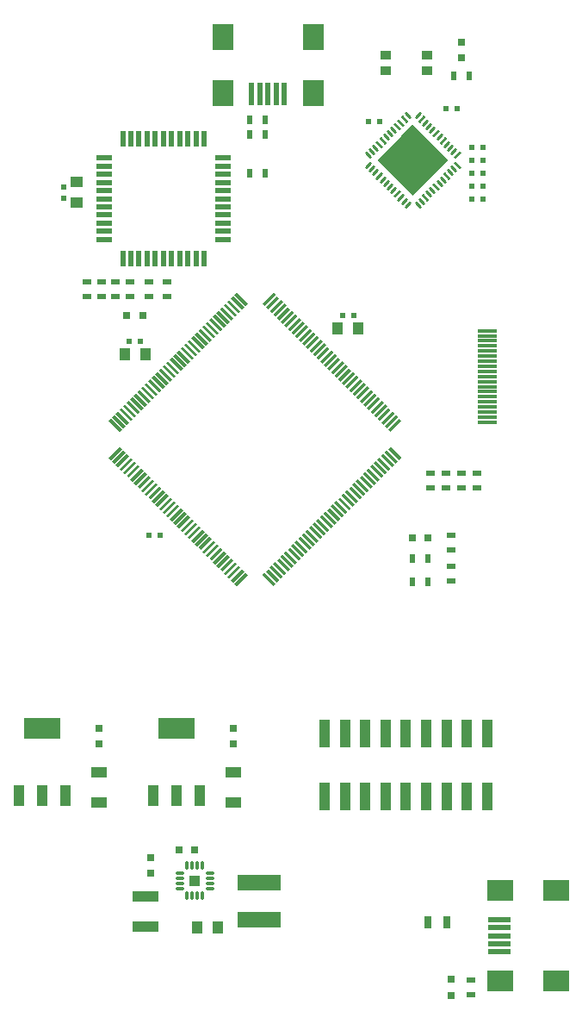
<source format=gtp>
G04 #@! TF.FileFunction,Paste,Top*
%FSLAX46Y46*%
G04 Gerber Fmt 4.6, Leading zero omitted, Abs format (unit mm)*
G04 Created by KiCad (PCBNEW 4.0.0-rc1-stable) date 29/09/2017 04:45:12 p.m.*
%MOMM*%
G01*
G04 APERTURE LIST*
%ADD10C,0.100000*%
%ADD11C,0.280000*%
%ADD12R,0.600000X0.500000*%
%ADD13R,2.301240X0.500380*%
%ADD14R,2.499360X1.998980*%
%ADD15R,3.657600X2.032000*%
%ADD16R,1.016000X2.032000*%
%ADD17R,2.500000X1.000000*%
%ADD18R,0.750000X0.800000*%
%ADD19R,4.200000X1.500000*%
%ADD20R,0.500000X0.900000*%
%ADD21R,0.900000X0.500000*%
%ADD22O,0.848360X0.279400*%
%ADD23O,0.850900X0.279400*%
%ADD24O,0.279400X0.850900*%
%ADD25R,1.021080X1.021080*%
%ADD26R,0.800000X0.750000*%
%ADD27R,0.800000X0.800000*%
%ADD28R,1.900000X0.300000*%
%ADD29R,1.000000X1.250000*%
%ADD30R,0.700000X1.300000*%
%ADD31R,1.600000X1.000000*%
%ADD32R,1.000000X2.750000*%
%ADD33R,1.000000X0.900000*%
%ADD34R,1.250000X1.000000*%
%ADD35R,0.500000X0.600000*%
%ADD36R,0.500380X2.301240*%
%ADD37R,1.998980X2.499360*%
%ADD38R,1.600000X0.560000*%
%ADD39R,0.560000X1.600000*%
G04 APERTURE END LIST*
D10*
G36*
X132422128Y-86349411D02*
X132634260Y-86137279D01*
X133730276Y-87233295D01*
X133518144Y-87445427D01*
X132422128Y-86349411D01*
X132422128Y-86349411D01*
G37*
G36*
X132068574Y-86702964D02*
X132280706Y-86490832D01*
X133376722Y-87586848D01*
X133164590Y-87798980D01*
X132068574Y-86702964D01*
X132068574Y-86702964D01*
G37*
G36*
X131715021Y-87056518D02*
X131927153Y-86844386D01*
X133023169Y-87940402D01*
X132811037Y-88152534D01*
X131715021Y-87056518D01*
X131715021Y-87056518D01*
G37*
G36*
X131361468Y-87410071D02*
X131573600Y-87197939D01*
X132669616Y-88293955D01*
X132457484Y-88506087D01*
X131361468Y-87410071D01*
X131361468Y-87410071D01*
G37*
G36*
X131007914Y-87763625D02*
X131220046Y-87551493D01*
X132316062Y-88647509D01*
X132103930Y-88859641D01*
X131007914Y-87763625D01*
X131007914Y-87763625D01*
G37*
G36*
X130654361Y-88117178D02*
X130866493Y-87905046D01*
X131962509Y-89001062D01*
X131750377Y-89213194D01*
X130654361Y-88117178D01*
X130654361Y-88117178D01*
G37*
G36*
X130300807Y-88470731D02*
X130512939Y-88258599D01*
X131608955Y-89354615D01*
X131396823Y-89566747D01*
X130300807Y-88470731D01*
X130300807Y-88470731D01*
G37*
G36*
X129947254Y-88824285D02*
X130159386Y-88612153D01*
X131255402Y-89708169D01*
X131043270Y-89920301D01*
X129947254Y-88824285D01*
X129947254Y-88824285D01*
G37*
G36*
X129593701Y-89177838D02*
X129805833Y-88965706D01*
X130901849Y-90061722D01*
X130689717Y-90273854D01*
X129593701Y-89177838D01*
X129593701Y-89177838D01*
G37*
G36*
X129240147Y-89531392D02*
X129452279Y-89319260D01*
X130548295Y-90415276D01*
X130336163Y-90627408D01*
X129240147Y-89531392D01*
X129240147Y-89531392D01*
G37*
G36*
X128886594Y-89884945D02*
X129098726Y-89672813D01*
X130194742Y-90768829D01*
X129982610Y-90980961D01*
X128886594Y-89884945D01*
X128886594Y-89884945D01*
G37*
G36*
X128533040Y-90238498D02*
X128745172Y-90026366D01*
X129841188Y-91122382D01*
X129629056Y-91334514D01*
X128533040Y-90238498D01*
X128533040Y-90238498D01*
G37*
G36*
X128179487Y-90592052D02*
X128391619Y-90379920D01*
X129487635Y-91475936D01*
X129275503Y-91688068D01*
X128179487Y-90592052D01*
X128179487Y-90592052D01*
G37*
G36*
X127825934Y-90945605D02*
X128038066Y-90733473D01*
X129134082Y-91829489D01*
X128921950Y-92041621D01*
X127825934Y-90945605D01*
X127825934Y-90945605D01*
G37*
G36*
X127472380Y-91299159D02*
X127684512Y-91087027D01*
X128780528Y-92183043D01*
X128568396Y-92395175D01*
X127472380Y-91299159D01*
X127472380Y-91299159D01*
G37*
G36*
X127118827Y-91652712D02*
X127330959Y-91440580D01*
X128426975Y-92536596D01*
X128214843Y-92748728D01*
X127118827Y-91652712D01*
X127118827Y-91652712D01*
G37*
G36*
X126765274Y-92006265D02*
X126977406Y-91794133D01*
X128073422Y-92890149D01*
X127861290Y-93102281D01*
X126765274Y-92006265D01*
X126765274Y-92006265D01*
G37*
G36*
X126411720Y-92359819D02*
X126623852Y-92147687D01*
X127719868Y-93243703D01*
X127507736Y-93455835D01*
X126411720Y-92359819D01*
X126411720Y-92359819D01*
G37*
G36*
X126058167Y-92713372D02*
X126270299Y-92501240D01*
X127366315Y-93597256D01*
X127154183Y-93809388D01*
X126058167Y-92713372D01*
X126058167Y-92713372D01*
G37*
G36*
X125704613Y-93066926D02*
X125916745Y-92854794D01*
X127012761Y-93950810D01*
X126800629Y-94162942D01*
X125704613Y-93066926D01*
X125704613Y-93066926D01*
G37*
G36*
X125351060Y-93420479D02*
X125563192Y-93208347D01*
X126659208Y-94304363D01*
X126447076Y-94516495D01*
X125351060Y-93420479D01*
X125351060Y-93420479D01*
G37*
G36*
X124997507Y-93774032D02*
X125209639Y-93561900D01*
X126305655Y-94657916D01*
X126093523Y-94870048D01*
X124997507Y-93774032D01*
X124997507Y-93774032D01*
G37*
G36*
X124643953Y-94127586D02*
X124856085Y-93915454D01*
X125952101Y-95011470D01*
X125739969Y-95223602D01*
X124643953Y-94127586D01*
X124643953Y-94127586D01*
G37*
G36*
X124290400Y-94481139D02*
X124502532Y-94269007D01*
X125598548Y-95365023D01*
X125386416Y-95577155D01*
X124290400Y-94481139D01*
X124290400Y-94481139D01*
G37*
G36*
X123936846Y-94834692D02*
X124148978Y-94622560D01*
X125244994Y-95718576D01*
X125032862Y-95930708D01*
X123936846Y-94834692D01*
X123936846Y-94834692D01*
G37*
G36*
X123583293Y-95188246D02*
X123795425Y-94976114D01*
X124891441Y-96072130D01*
X124679309Y-96284262D01*
X123583293Y-95188246D01*
X123583293Y-95188246D01*
G37*
G36*
X123229740Y-95541799D02*
X123441872Y-95329667D01*
X124537888Y-96425683D01*
X124325756Y-96637815D01*
X123229740Y-95541799D01*
X123229740Y-95541799D01*
G37*
G36*
X122876186Y-95895353D02*
X123088318Y-95683221D01*
X124184334Y-96779237D01*
X123972202Y-96991369D01*
X122876186Y-95895353D01*
X122876186Y-95895353D01*
G37*
G36*
X122522633Y-96248906D02*
X122734765Y-96036774D01*
X123830781Y-97132790D01*
X123618649Y-97344922D01*
X122522633Y-96248906D01*
X122522633Y-96248906D01*
G37*
G36*
X122169079Y-96602459D02*
X122381211Y-96390327D01*
X123477227Y-97486343D01*
X123265095Y-97698475D01*
X122169079Y-96602459D01*
X122169079Y-96602459D01*
G37*
G36*
X121815526Y-96956013D02*
X122027658Y-96743881D01*
X123123674Y-97839897D01*
X122911542Y-98052029D01*
X121815526Y-96956013D01*
X121815526Y-96956013D01*
G37*
G36*
X121461973Y-97309566D02*
X121674105Y-97097434D01*
X122770121Y-98193450D01*
X122557989Y-98405582D01*
X121461973Y-97309566D01*
X121461973Y-97309566D01*
G37*
G36*
X121108419Y-97663120D02*
X121320551Y-97450988D01*
X122416567Y-98547004D01*
X122204435Y-98759136D01*
X121108419Y-97663120D01*
X121108419Y-97663120D01*
G37*
G36*
X120754866Y-98016673D02*
X120966998Y-97804541D01*
X122063014Y-98900557D01*
X121850882Y-99112689D01*
X120754866Y-98016673D01*
X120754866Y-98016673D01*
G37*
G36*
X120401312Y-98370226D02*
X120613444Y-98158094D01*
X121709460Y-99254110D01*
X121497328Y-99466242D01*
X120401312Y-98370226D01*
X120401312Y-98370226D01*
G37*
G36*
X120047759Y-98723780D02*
X120259891Y-98511648D01*
X121355907Y-99607664D01*
X121143775Y-99819796D01*
X120047759Y-98723780D01*
X120047759Y-98723780D01*
G37*
G36*
X120259891Y-102577512D02*
X120047759Y-102365380D01*
X121143775Y-101269364D01*
X121355907Y-101481496D01*
X120259891Y-102577512D01*
X120259891Y-102577512D01*
G37*
G36*
X120613444Y-102931066D02*
X120401312Y-102718934D01*
X121497328Y-101622918D01*
X121709460Y-101835050D01*
X120613444Y-102931066D01*
X120613444Y-102931066D01*
G37*
G36*
X120966998Y-103284619D02*
X120754866Y-103072487D01*
X121850882Y-101976471D01*
X122063014Y-102188603D01*
X120966998Y-103284619D01*
X120966998Y-103284619D01*
G37*
G36*
X121320551Y-103638172D02*
X121108419Y-103426040D01*
X122204435Y-102330024D01*
X122416567Y-102542156D01*
X121320551Y-103638172D01*
X121320551Y-103638172D01*
G37*
G36*
X121674105Y-103991726D02*
X121461973Y-103779594D01*
X122557989Y-102683578D01*
X122770121Y-102895710D01*
X121674105Y-103991726D01*
X121674105Y-103991726D01*
G37*
G36*
X122027658Y-104345279D02*
X121815526Y-104133147D01*
X122911542Y-103037131D01*
X123123674Y-103249263D01*
X122027658Y-104345279D01*
X122027658Y-104345279D01*
G37*
G36*
X122381211Y-104698833D02*
X122169079Y-104486701D01*
X123265095Y-103390685D01*
X123477227Y-103602817D01*
X122381211Y-104698833D01*
X122381211Y-104698833D01*
G37*
G36*
X122734765Y-105052386D02*
X122522633Y-104840254D01*
X123618649Y-103744238D01*
X123830781Y-103956370D01*
X122734765Y-105052386D01*
X122734765Y-105052386D01*
G37*
G36*
X123088318Y-105405939D02*
X122876186Y-105193807D01*
X123972202Y-104097791D01*
X124184334Y-104309923D01*
X123088318Y-105405939D01*
X123088318Y-105405939D01*
G37*
G36*
X123441872Y-105759493D02*
X123229740Y-105547361D01*
X124325756Y-104451345D01*
X124537888Y-104663477D01*
X123441872Y-105759493D01*
X123441872Y-105759493D01*
G37*
G36*
X123795425Y-106113046D02*
X123583293Y-105900914D01*
X124679309Y-104804898D01*
X124891441Y-105017030D01*
X123795425Y-106113046D01*
X123795425Y-106113046D01*
G37*
G36*
X124148978Y-106466600D02*
X123936846Y-106254468D01*
X125032862Y-105158452D01*
X125244994Y-105370584D01*
X124148978Y-106466600D01*
X124148978Y-106466600D01*
G37*
G36*
X124502532Y-106820153D02*
X124290400Y-106608021D01*
X125386416Y-105512005D01*
X125598548Y-105724137D01*
X124502532Y-106820153D01*
X124502532Y-106820153D01*
G37*
G36*
X124856085Y-107173706D02*
X124643953Y-106961574D01*
X125739969Y-105865558D01*
X125952101Y-106077690D01*
X124856085Y-107173706D01*
X124856085Y-107173706D01*
G37*
G36*
X125209639Y-107527260D02*
X124997507Y-107315128D01*
X126093523Y-106219112D01*
X126305655Y-106431244D01*
X125209639Y-107527260D01*
X125209639Y-107527260D01*
G37*
G36*
X125563192Y-107880813D02*
X125351060Y-107668681D01*
X126447076Y-106572665D01*
X126659208Y-106784797D01*
X125563192Y-107880813D01*
X125563192Y-107880813D01*
G37*
G36*
X125916745Y-108234366D02*
X125704613Y-108022234D01*
X126800629Y-106926218D01*
X127012761Y-107138350D01*
X125916745Y-108234366D01*
X125916745Y-108234366D01*
G37*
G36*
X126270299Y-108587920D02*
X126058167Y-108375788D01*
X127154183Y-107279772D01*
X127366315Y-107491904D01*
X126270299Y-108587920D01*
X126270299Y-108587920D01*
G37*
G36*
X126623852Y-108941473D02*
X126411720Y-108729341D01*
X127507736Y-107633325D01*
X127719868Y-107845457D01*
X126623852Y-108941473D01*
X126623852Y-108941473D01*
G37*
G36*
X126977406Y-109295027D02*
X126765274Y-109082895D01*
X127861290Y-107986879D01*
X128073422Y-108199011D01*
X126977406Y-109295027D01*
X126977406Y-109295027D01*
G37*
G36*
X127330959Y-109648580D02*
X127118827Y-109436448D01*
X128214843Y-108340432D01*
X128426975Y-108552564D01*
X127330959Y-109648580D01*
X127330959Y-109648580D01*
G37*
G36*
X127684512Y-110002133D02*
X127472380Y-109790001D01*
X128568396Y-108693985D01*
X128780528Y-108906117D01*
X127684512Y-110002133D01*
X127684512Y-110002133D01*
G37*
G36*
X128038066Y-110355687D02*
X127825934Y-110143555D01*
X128921950Y-109047539D01*
X129134082Y-109259671D01*
X128038066Y-110355687D01*
X128038066Y-110355687D01*
G37*
G36*
X128391619Y-110709240D02*
X128179487Y-110497108D01*
X129275503Y-109401092D01*
X129487635Y-109613224D01*
X128391619Y-110709240D01*
X128391619Y-110709240D01*
G37*
G36*
X128745172Y-111062794D02*
X128533040Y-110850662D01*
X129629056Y-109754646D01*
X129841188Y-109966778D01*
X128745172Y-111062794D01*
X128745172Y-111062794D01*
G37*
G36*
X129098726Y-111416347D02*
X128886594Y-111204215D01*
X129982610Y-110108199D01*
X130194742Y-110320331D01*
X129098726Y-111416347D01*
X129098726Y-111416347D01*
G37*
G36*
X129452279Y-111769900D02*
X129240147Y-111557768D01*
X130336163Y-110461752D01*
X130548295Y-110673884D01*
X129452279Y-111769900D01*
X129452279Y-111769900D01*
G37*
G36*
X129805833Y-112123454D02*
X129593701Y-111911322D01*
X130689717Y-110815306D01*
X130901849Y-111027438D01*
X129805833Y-112123454D01*
X129805833Y-112123454D01*
G37*
G36*
X130159386Y-112477007D02*
X129947254Y-112264875D01*
X131043270Y-111168859D01*
X131255402Y-111380991D01*
X130159386Y-112477007D01*
X130159386Y-112477007D01*
G37*
G36*
X130512939Y-112830561D02*
X130300807Y-112618429D01*
X131396823Y-111522413D01*
X131608955Y-111734545D01*
X130512939Y-112830561D01*
X130512939Y-112830561D01*
G37*
G36*
X130866493Y-113184114D02*
X130654361Y-112971982D01*
X131750377Y-111875966D01*
X131962509Y-112088098D01*
X130866493Y-113184114D01*
X130866493Y-113184114D01*
G37*
G36*
X131220046Y-113537667D02*
X131007914Y-113325535D01*
X132103930Y-112229519D01*
X132316062Y-112441651D01*
X131220046Y-113537667D01*
X131220046Y-113537667D01*
G37*
G36*
X131573600Y-113891221D02*
X131361468Y-113679089D01*
X132457484Y-112583073D01*
X132669616Y-112795205D01*
X131573600Y-113891221D01*
X131573600Y-113891221D01*
G37*
G36*
X131927153Y-114244774D02*
X131715021Y-114032642D01*
X132811037Y-112936626D01*
X133023169Y-113148758D01*
X131927153Y-114244774D01*
X131927153Y-114244774D01*
G37*
G36*
X132280706Y-114598328D02*
X132068574Y-114386196D01*
X133164590Y-113290180D01*
X133376722Y-113502312D01*
X132280706Y-114598328D01*
X132280706Y-114598328D01*
G37*
G36*
X132634260Y-114951881D02*
X132422128Y-114739749D01*
X133518144Y-113643733D01*
X133730276Y-113855865D01*
X132634260Y-114951881D01*
X132634260Y-114951881D01*
G37*
G36*
X135179844Y-113855865D02*
X135391976Y-113643733D01*
X136487992Y-114739749D01*
X136275860Y-114951881D01*
X135179844Y-113855865D01*
X135179844Y-113855865D01*
G37*
G36*
X135533398Y-113502312D02*
X135745530Y-113290180D01*
X136841546Y-114386196D01*
X136629414Y-114598328D01*
X135533398Y-113502312D01*
X135533398Y-113502312D01*
G37*
G36*
X135886951Y-113148758D02*
X136099083Y-112936626D01*
X137195099Y-114032642D01*
X136982967Y-114244774D01*
X135886951Y-113148758D01*
X135886951Y-113148758D01*
G37*
G36*
X136240504Y-112795205D02*
X136452636Y-112583073D01*
X137548652Y-113679089D01*
X137336520Y-113891221D01*
X136240504Y-112795205D01*
X136240504Y-112795205D01*
G37*
G36*
X136594058Y-112441651D02*
X136806190Y-112229519D01*
X137902206Y-113325535D01*
X137690074Y-113537667D01*
X136594058Y-112441651D01*
X136594058Y-112441651D01*
G37*
G36*
X136947611Y-112088098D02*
X137159743Y-111875966D01*
X138255759Y-112971982D01*
X138043627Y-113184114D01*
X136947611Y-112088098D01*
X136947611Y-112088098D01*
G37*
G36*
X137301165Y-111734545D02*
X137513297Y-111522413D01*
X138609313Y-112618429D01*
X138397181Y-112830561D01*
X137301165Y-111734545D01*
X137301165Y-111734545D01*
G37*
G36*
X137654718Y-111380991D02*
X137866850Y-111168859D01*
X138962866Y-112264875D01*
X138750734Y-112477007D01*
X137654718Y-111380991D01*
X137654718Y-111380991D01*
G37*
G36*
X138008271Y-111027438D02*
X138220403Y-110815306D01*
X139316419Y-111911322D01*
X139104287Y-112123454D01*
X138008271Y-111027438D01*
X138008271Y-111027438D01*
G37*
G36*
X138361825Y-110673884D02*
X138573957Y-110461752D01*
X139669973Y-111557768D01*
X139457841Y-111769900D01*
X138361825Y-110673884D01*
X138361825Y-110673884D01*
G37*
G36*
X138715378Y-110320331D02*
X138927510Y-110108199D01*
X140023526Y-111204215D01*
X139811394Y-111416347D01*
X138715378Y-110320331D01*
X138715378Y-110320331D01*
G37*
G36*
X139068932Y-109966778D02*
X139281064Y-109754646D01*
X140377080Y-110850662D01*
X140164948Y-111062794D01*
X139068932Y-109966778D01*
X139068932Y-109966778D01*
G37*
G36*
X139422485Y-109613224D02*
X139634617Y-109401092D01*
X140730633Y-110497108D01*
X140518501Y-110709240D01*
X139422485Y-109613224D01*
X139422485Y-109613224D01*
G37*
G36*
X139776038Y-109259671D02*
X139988170Y-109047539D01*
X141084186Y-110143555D01*
X140872054Y-110355687D01*
X139776038Y-109259671D01*
X139776038Y-109259671D01*
G37*
G36*
X140129592Y-108906117D02*
X140341724Y-108693985D01*
X141437740Y-109790001D01*
X141225608Y-110002133D01*
X140129592Y-108906117D01*
X140129592Y-108906117D01*
G37*
G36*
X140483145Y-108552564D02*
X140695277Y-108340432D01*
X141791293Y-109436448D01*
X141579161Y-109648580D01*
X140483145Y-108552564D01*
X140483145Y-108552564D01*
G37*
G36*
X140836698Y-108199011D02*
X141048830Y-107986879D01*
X142144846Y-109082895D01*
X141932714Y-109295027D01*
X140836698Y-108199011D01*
X140836698Y-108199011D01*
G37*
G36*
X141190252Y-107845457D02*
X141402384Y-107633325D01*
X142498400Y-108729341D01*
X142286268Y-108941473D01*
X141190252Y-107845457D01*
X141190252Y-107845457D01*
G37*
G36*
X141543805Y-107491904D02*
X141755937Y-107279772D01*
X142851953Y-108375788D01*
X142639821Y-108587920D01*
X141543805Y-107491904D01*
X141543805Y-107491904D01*
G37*
G36*
X141897359Y-107138350D02*
X142109491Y-106926218D01*
X143205507Y-108022234D01*
X142993375Y-108234366D01*
X141897359Y-107138350D01*
X141897359Y-107138350D01*
G37*
G36*
X142250912Y-106784797D02*
X142463044Y-106572665D01*
X143559060Y-107668681D01*
X143346928Y-107880813D01*
X142250912Y-106784797D01*
X142250912Y-106784797D01*
G37*
G36*
X142604465Y-106431244D02*
X142816597Y-106219112D01*
X143912613Y-107315128D01*
X143700481Y-107527260D01*
X142604465Y-106431244D01*
X142604465Y-106431244D01*
G37*
G36*
X142958019Y-106077690D02*
X143170151Y-105865558D01*
X144266167Y-106961574D01*
X144054035Y-107173706D01*
X142958019Y-106077690D01*
X142958019Y-106077690D01*
G37*
G36*
X143311572Y-105724137D02*
X143523704Y-105512005D01*
X144619720Y-106608021D01*
X144407588Y-106820153D01*
X143311572Y-105724137D01*
X143311572Y-105724137D01*
G37*
G36*
X143665126Y-105370584D02*
X143877258Y-105158452D01*
X144973274Y-106254468D01*
X144761142Y-106466600D01*
X143665126Y-105370584D01*
X143665126Y-105370584D01*
G37*
G36*
X144018679Y-105017030D02*
X144230811Y-104804898D01*
X145326827Y-105900914D01*
X145114695Y-106113046D01*
X144018679Y-105017030D01*
X144018679Y-105017030D01*
G37*
G36*
X144372232Y-104663477D02*
X144584364Y-104451345D01*
X145680380Y-105547361D01*
X145468248Y-105759493D01*
X144372232Y-104663477D01*
X144372232Y-104663477D01*
G37*
G36*
X144725786Y-104309923D02*
X144937918Y-104097791D01*
X146033934Y-105193807D01*
X145821802Y-105405939D01*
X144725786Y-104309923D01*
X144725786Y-104309923D01*
G37*
G36*
X145079339Y-103956370D02*
X145291471Y-103744238D01*
X146387487Y-104840254D01*
X146175355Y-105052386D01*
X145079339Y-103956370D01*
X145079339Y-103956370D01*
G37*
G36*
X145432893Y-103602817D02*
X145645025Y-103390685D01*
X146741041Y-104486701D01*
X146528909Y-104698833D01*
X145432893Y-103602817D01*
X145432893Y-103602817D01*
G37*
G36*
X145786446Y-103249263D02*
X145998578Y-103037131D01*
X147094594Y-104133147D01*
X146882462Y-104345279D01*
X145786446Y-103249263D01*
X145786446Y-103249263D01*
G37*
G36*
X146139999Y-102895710D02*
X146352131Y-102683578D01*
X147448147Y-103779594D01*
X147236015Y-103991726D01*
X146139999Y-102895710D01*
X146139999Y-102895710D01*
G37*
G36*
X146493553Y-102542156D02*
X146705685Y-102330024D01*
X147801701Y-103426040D01*
X147589569Y-103638172D01*
X146493553Y-102542156D01*
X146493553Y-102542156D01*
G37*
G36*
X146847106Y-102188603D02*
X147059238Y-101976471D01*
X148155254Y-103072487D01*
X147943122Y-103284619D01*
X146847106Y-102188603D01*
X146847106Y-102188603D01*
G37*
G36*
X147200660Y-101835050D02*
X147412792Y-101622918D01*
X148508808Y-102718934D01*
X148296676Y-102931066D01*
X147200660Y-101835050D01*
X147200660Y-101835050D01*
G37*
G36*
X147554213Y-101481496D02*
X147766345Y-101269364D01*
X148862361Y-102365380D01*
X148650229Y-102577512D01*
X147554213Y-101481496D01*
X147554213Y-101481496D01*
G37*
G36*
X147766345Y-99819796D02*
X147554213Y-99607664D01*
X148650229Y-98511648D01*
X148862361Y-98723780D01*
X147766345Y-99819796D01*
X147766345Y-99819796D01*
G37*
G36*
X147412792Y-99466242D02*
X147200660Y-99254110D01*
X148296676Y-98158094D01*
X148508808Y-98370226D01*
X147412792Y-99466242D01*
X147412792Y-99466242D01*
G37*
G36*
X147059238Y-99112689D02*
X146847106Y-98900557D01*
X147943122Y-97804541D01*
X148155254Y-98016673D01*
X147059238Y-99112689D01*
X147059238Y-99112689D01*
G37*
G36*
X146705685Y-98759136D02*
X146493553Y-98547004D01*
X147589569Y-97450988D01*
X147801701Y-97663120D01*
X146705685Y-98759136D01*
X146705685Y-98759136D01*
G37*
G36*
X146352131Y-98405582D02*
X146139999Y-98193450D01*
X147236015Y-97097434D01*
X147448147Y-97309566D01*
X146352131Y-98405582D01*
X146352131Y-98405582D01*
G37*
G36*
X145998578Y-98052029D02*
X145786446Y-97839897D01*
X146882462Y-96743881D01*
X147094594Y-96956013D01*
X145998578Y-98052029D01*
X145998578Y-98052029D01*
G37*
G36*
X145645025Y-97698475D02*
X145432893Y-97486343D01*
X146528909Y-96390327D01*
X146741041Y-96602459D01*
X145645025Y-97698475D01*
X145645025Y-97698475D01*
G37*
G36*
X145291471Y-97344922D02*
X145079339Y-97132790D01*
X146175355Y-96036774D01*
X146387487Y-96248906D01*
X145291471Y-97344922D01*
X145291471Y-97344922D01*
G37*
G36*
X144937918Y-96991369D02*
X144725786Y-96779237D01*
X145821802Y-95683221D01*
X146033934Y-95895353D01*
X144937918Y-96991369D01*
X144937918Y-96991369D01*
G37*
G36*
X144584364Y-96637815D02*
X144372232Y-96425683D01*
X145468248Y-95329667D01*
X145680380Y-95541799D01*
X144584364Y-96637815D01*
X144584364Y-96637815D01*
G37*
G36*
X144230811Y-96284262D02*
X144018679Y-96072130D01*
X145114695Y-94976114D01*
X145326827Y-95188246D01*
X144230811Y-96284262D01*
X144230811Y-96284262D01*
G37*
G36*
X143877258Y-95930708D02*
X143665126Y-95718576D01*
X144761142Y-94622560D01*
X144973274Y-94834692D01*
X143877258Y-95930708D01*
X143877258Y-95930708D01*
G37*
G36*
X143523704Y-95577155D02*
X143311572Y-95365023D01*
X144407588Y-94269007D01*
X144619720Y-94481139D01*
X143523704Y-95577155D01*
X143523704Y-95577155D01*
G37*
G36*
X143170151Y-95223602D02*
X142958019Y-95011470D01*
X144054035Y-93915454D01*
X144266167Y-94127586D01*
X143170151Y-95223602D01*
X143170151Y-95223602D01*
G37*
G36*
X142816597Y-94870048D02*
X142604465Y-94657916D01*
X143700481Y-93561900D01*
X143912613Y-93774032D01*
X142816597Y-94870048D01*
X142816597Y-94870048D01*
G37*
G36*
X142463044Y-94516495D02*
X142250912Y-94304363D01*
X143346928Y-93208347D01*
X143559060Y-93420479D01*
X142463044Y-94516495D01*
X142463044Y-94516495D01*
G37*
G36*
X142109491Y-94162942D02*
X141897359Y-93950810D01*
X142993375Y-92854794D01*
X143205507Y-93066926D01*
X142109491Y-94162942D01*
X142109491Y-94162942D01*
G37*
G36*
X141755937Y-93809388D02*
X141543805Y-93597256D01*
X142639821Y-92501240D01*
X142851953Y-92713372D01*
X141755937Y-93809388D01*
X141755937Y-93809388D01*
G37*
G36*
X141402384Y-93455835D02*
X141190252Y-93243703D01*
X142286268Y-92147687D01*
X142498400Y-92359819D01*
X141402384Y-93455835D01*
X141402384Y-93455835D01*
G37*
G36*
X141048830Y-93102281D02*
X140836698Y-92890149D01*
X141932714Y-91794133D01*
X142144846Y-92006265D01*
X141048830Y-93102281D01*
X141048830Y-93102281D01*
G37*
G36*
X140695277Y-92748728D02*
X140483145Y-92536596D01*
X141579161Y-91440580D01*
X141791293Y-91652712D01*
X140695277Y-92748728D01*
X140695277Y-92748728D01*
G37*
G36*
X140341724Y-92395175D02*
X140129592Y-92183043D01*
X141225608Y-91087027D01*
X141437740Y-91299159D01*
X140341724Y-92395175D01*
X140341724Y-92395175D01*
G37*
G36*
X139988170Y-92041621D02*
X139776038Y-91829489D01*
X140872054Y-90733473D01*
X141084186Y-90945605D01*
X139988170Y-92041621D01*
X139988170Y-92041621D01*
G37*
G36*
X139634617Y-91688068D02*
X139422485Y-91475936D01*
X140518501Y-90379920D01*
X140730633Y-90592052D01*
X139634617Y-91688068D01*
X139634617Y-91688068D01*
G37*
G36*
X139281064Y-91334514D02*
X139068932Y-91122382D01*
X140164948Y-90026366D01*
X140377080Y-90238498D01*
X139281064Y-91334514D01*
X139281064Y-91334514D01*
G37*
G36*
X138927510Y-90980961D02*
X138715378Y-90768829D01*
X139811394Y-89672813D01*
X140023526Y-89884945D01*
X138927510Y-90980961D01*
X138927510Y-90980961D01*
G37*
G36*
X138573957Y-90627408D02*
X138361825Y-90415276D01*
X139457841Y-89319260D01*
X139669973Y-89531392D01*
X138573957Y-90627408D01*
X138573957Y-90627408D01*
G37*
G36*
X138220403Y-90273854D02*
X138008271Y-90061722D01*
X139104287Y-88965706D01*
X139316419Y-89177838D01*
X138220403Y-90273854D01*
X138220403Y-90273854D01*
G37*
G36*
X137866850Y-89920301D02*
X137654718Y-89708169D01*
X138750734Y-88612153D01*
X138962866Y-88824285D01*
X137866850Y-89920301D01*
X137866850Y-89920301D01*
G37*
G36*
X137513297Y-89566747D02*
X137301165Y-89354615D01*
X138397181Y-88258599D01*
X138609313Y-88470731D01*
X137513297Y-89566747D01*
X137513297Y-89566747D01*
G37*
G36*
X137159743Y-89213194D02*
X136947611Y-89001062D01*
X138043627Y-87905046D01*
X138255759Y-88117178D01*
X137159743Y-89213194D01*
X137159743Y-89213194D01*
G37*
G36*
X136806190Y-88859641D02*
X136594058Y-88647509D01*
X137690074Y-87551493D01*
X137902206Y-87763625D01*
X136806190Y-88859641D01*
X136806190Y-88859641D01*
G37*
G36*
X136452636Y-88506087D02*
X136240504Y-88293955D01*
X137336520Y-87197939D01*
X137548652Y-87410071D01*
X136452636Y-88506087D01*
X136452636Y-88506087D01*
G37*
G36*
X136099083Y-88152534D02*
X135886951Y-87940402D01*
X136982967Y-86844386D01*
X137195099Y-87056518D01*
X136099083Y-88152534D01*
X136099083Y-88152534D01*
G37*
G36*
X135745530Y-87798980D02*
X135533398Y-87586848D01*
X136629414Y-86490832D01*
X136841546Y-86702964D01*
X135745530Y-87798980D01*
X135745530Y-87798980D01*
G37*
G36*
X135391976Y-87445427D02*
X135179844Y-87233295D01*
X136275860Y-86137279D01*
X136487992Y-86349411D01*
X135391976Y-87445427D01*
X135391976Y-87445427D01*
G37*
D11*
X154552325Y-72398402D02*
X154113919Y-72836808D01*
X154198772Y-72044849D02*
X153760366Y-72483255D01*
X153845218Y-71691295D02*
X153406812Y-72129701D01*
X153491665Y-71337742D02*
X153053259Y-71776148D01*
X153138111Y-70984189D02*
X152699705Y-71422595D01*
X152784558Y-70630635D02*
X152346152Y-71069041D01*
X152431005Y-70277082D02*
X151992599Y-70715488D01*
X152077451Y-69923529D02*
X151639045Y-70361935D01*
X151723898Y-69569975D02*
X151285492Y-70008381D01*
X151370345Y-69216422D02*
X150931939Y-69654828D01*
X151016791Y-68862868D02*
X150578385Y-69301274D01*
X150663238Y-68509315D02*
X150224832Y-68947721D01*
X149234882Y-68509315D02*
X149673288Y-68947721D01*
X148881329Y-68862868D02*
X149319735Y-69301274D01*
X148527775Y-69216422D02*
X148966181Y-69654828D01*
X148174222Y-69569975D02*
X148612628Y-70008381D01*
X147820669Y-69923529D02*
X148259075Y-70361935D01*
X147467115Y-70277082D02*
X147905521Y-70715488D01*
X147113562Y-70630635D02*
X147551968Y-71069041D01*
X146760009Y-70984189D02*
X147198415Y-71422595D01*
X146406455Y-71337742D02*
X146844861Y-71776148D01*
X146052902Y-71691295D02*
X146491308Y-72129701D01*
X145699348Y-72044849D02*
X146137754Y-72483255D01*
X145345795Y-72398402D02*
X145784201Y-72836808D01*
X145784201Y-73388352D02*
X145345795Y-73826758D01*
X146137754Y-73741905D02*
X145699348Y-74180311D01*
X146491308Y-74095459D02*
X146052902Y-74533865D01*
X146844861Y-74449012D02*
X146406455Y-74887418D01*
X147198415Y-74802565D02*
X146760009Y-75240971D01*
X147551968Y-75156119D02*
X147113562Y-75594525D01*
X147905521Y-75509672D02*
X147467115Y-75948078D01*
X148259075Y-75863225D02*
X147820669Y-76301631D01*
X148612628Y-76216779D02*
X148174222Y-76655185D01*
X148966181Y-76570332D02*
X148527775Y-77008738D01*
X149319735Y-76923886D02*
X148881329Y-77362292D01*
X149673288Y-77277439D02*
X149234882Y-77715845D01*
X150224832Y-77277439D02*
X150663238Y-77715845D01*
X150578385Y-76923886D02*
X151016791Y-77362292D01*
X150931939Y-76570332D02*
X151370345Y-77008738D01*
X151285492Y-76216779D02*
X151723898Y-76655185D01*
X151639045Y-75863225D02*
X152077451Y-76301631D01*
X151992599Y-75509672D02*
X152431005Y-75948078D01*
X152346152Y-75156119D02*
X152784558Y-75594525D01*
X152699705Y-74802565D02*
X153138111Y-75240971D01*
X153053259Y-74449012D02*
X153491665Y-74887418D01*
X153406812Y-74095459D02*
X153845218Y-74533865D01*
X153760366Y-73741905D02*
X154198772Y-74180311D01*
X154113919Y-73388352D02*
X154552325Y-73826758D01*
D10*
G36*
X152282512Y-71945854D02*
X153449238Y-73112580D01*
X152282512Y-74279306D01*
X151115786Y-73112580D01*
X152282512Y-71945854D01*
X152282512Y-71945854D01*
G37*
G36*
X151115786Y-73112580D02*
X152282512Y-74279306D01*
X151115786Y-75446032D01*
X149949060Y-74279306D01*
X151115786Y-73112580D01*
X151115786Y-73112580D01*
G37*
G36*
X149949060Y-74279306D02*
X151115786Y-75446032D01*
X149949060Y-76612758D01*
X148782334Y-75446032D01*
X149949060Y-74279306D01*
X149949060Y-74279306D01*
G37*
G36*
X151115786Y-70779128D02*
X152282512Y-71945854D01*
X151115786Y-73112580D01*
X149949060Y-71945854D01*
X151115786Y-70779128D01*
X151115786Y-70779128D01*
G37*
G36*
X149949060Y-71945854D02*
X151115786Y-73112580D01*
X149949060Y-74279306D01*
X148782334Y-73112580D01*
X149949060Y-71945854D01*
X149949060Y-71945854D01*
G37*
G36*
X148782334Y-73112580D02*
X149949060Y-74279306D01*
X148782334Y-75446032D01*
X147615608Y-74279306D01*
X148782334Y-73112580D01*
X148782334Y-73112580D01*
G37*
G36*
X149949060Y-69612402D02*
X151115786Y-70779128D01*
X149949060Y-71945854D01*
X148782334Y-70779128D01*
X149949060Y-69612402D01*
X149949060Y-69612402D01*
G37*
G36*
X148782334Y-70779128D02*
X149949060Y-71945854D01*
X148782334Y-73112580D01*
X147615608Y-71945854D01*
X148782334Y-70779128D01*
X148782334Y-70779128D01*
G37*
G36*
X147615608Y-71945854D02*
X148782334Y-73112580D01*
X147615608Y-74279306D01*
X146448882Y-73112580D01*
X147615608Y-71945854D01*
X147615608Y-71945854D01*
G37*
D12*
X144149060Y-88352580D03*
X143049060Y-88352580D03*
D13*
X158435680Y-150912200D03*
X158435680Y-150112100D03*
X158435680Y-149312000D03*
X158435680Y-148511900D03*
X158435680Y-147711800D03*
D14*
X158534740Y-153762080D03*
X164033840Y-153762080D03*
X158534740Y-144861920D03*
X164033840Y-144861920D03*
D15*
X126736000Y-128924000D03*
D16*
X126736000Y-135528000D03*
X129022000Y-135528000D03*
X124450000Y-135528000D03*
D15*
X113528000Y-128924000D03*
D16*
X113528000Y-135528000D03*
X115814000Y-135528000D03*
X111242000Y-135528000D03*
D17*
X123688000Y-145458000D03*
X123688000Y-148458000D03*
D18*
X124196000Y-143136000D03*
X124196000Y-141636000D03*
D19*
X134864000Y-147742000D03*
X134864000Y-144142000D03*
D20*
X151461060Y-112228580D03*
X149961060Y-112228580D03*
X151461060Y-114514580D03*
X149961060Y-114514580D03*
D21*
X153759060Y-109954580D03*
X153759060Y-111454580D03*
X153759060Y-114502580D03*
X153759060Y-113002580D03*
D22*
X129994820Y-144659300D03*
D23*
X129994820Y-144164000D03*
X129994820Y-143656000D03*
X129994820Y-143160700D03*
D24*
X129263300Y-142429180D03*
X128768000Y-142429180D03*
X128260000Y-142424100D03*
X127764700Y-142429180D03*
D23*
X127033180Y-143160700D03*
X127033180Y-143656000D03*
X127033180Y-144164000D03*
X127033180Y-144659300D03*
D24*
X127764700Y-145390820D03*
X128260000Y-145390820D03*
X128768000Y-145390820D03*
X129263300Y-145390820D03*
D25*
X128514000Y-143910000D03*
D12*
X155791060Y-75652580D03*
X156891060Y-75652580D03*
X155749060Y-74382580D03*
X156849060Y-74382580D03*
X155749060Y-73112580D03*
X156849060Y-73112580D03*
D26*
X151461060Y-110196580D03*
X149961060Y-110196580D03*
D27*
X154773000Y-63117000D03*
X154773000Y-61517000D03*
X153757000Y-155192000D03*
X153757000Y-153592000D03*
D21*
X156299060Y-105358580D03*
X156299060Y-103858580D03*
X154775060Y-105358580D03*
X154775060Y-103858580D03*
X151727060Y-105358580D03*
X151727060Y-103858580D03*
X153251060Y-105358580D03*
X153251060Y-103858580D03*
D20*
X154023000Y-64857000D03*
X155523000Y-64857000D03*
D28*
X157332000Y-89884000D03*
X157332000Y-90384000D03*
X157332000Y-90884000D03*
X157332000Y-91384000D03*
X157332000Y-91884000D03*
X157332000Y-92384000D03*
X157332000Y-92884000D03*
X157332000Y-93384000D03*
X157332000Y-93884000D03*
X157332000Y-94384000D03*
X157332000Y-94884000D03*
X157332000Y-95384000D03*
X157332000Y-95884000D03*
X157332000Y-96384000D03*
X157332000Y-96884000D03*
X157332000Y-97384000D03*
X157332000Y-97884000D03*
X157332000Y-98384000D03*
X157332000Y-98884000D03*
D21*
X155662000Y-153642000D03*
X155662000Y-155142000D03*
D29*
X130784000Y-148482000D03*
X128784000Y-148482000D03*
D30*
X151440000Y-147974000D03*
X153340000Y-147974000D03*
D26*
X127002000Y-140862000D03*
X128502000Y-140862000D03*
D31*
X132324000Y-136266000D03*
X132324000Y-133266000D03*
D18*
X132324000Y-128936000D03*
X132324000Y-130436000D03*
D31*
X119116000Y-136266000D03*
X119116000Y-133266000D03*
D18*
X119116000Y-128936000D03*
X119116000Y-130436000D03*
D32*
X141283060Y-135673580D03*
X141283060Y-129423580D03*
X143283060Y-135673580D03*
X143283060Y-129423580D03*
X145283060Y-135673580D03*
X145283060Y-129423580D03*
X147283060Y-135673580D03*
X147283060Y-129423580D03*
X149283060Y-135673580D03*
X149283060Y-129423580D03*
X151283060Y-135673580D03*
X151283060Y-129423580D03*
X153283060Y-135673580D03*
X153283060Y-129423580D03*
X155283060Y-135673580D03*
X155283060Y-129423580D03*
X157283060Y-135673580D03*
X157283060Y-129423580D03*
D27*
X121842000Y-88352000D03*
X123442000Y-88352000D03*
D29*
X121642000Y-92162000D03*
X123642000Y-92162000D03*
X144599060Y-89622580D03*
X142599060Y-89622580D03*
D12*
X122092000Y-90892000D03*
X123192000Y-90892000D03*
X123999060Y-109942580D03*
X125099060Y-109942580D03*
D33*
X147262000Y-62787580D03*
X147262000Y-64387580D03*
X151362000Y-62787580D03*
X151362000Y-64387580D03*
D34*
X116927000Y-77287000D03*
X116927000Y-75287000D03*
D35*
X115657000Y-76837000D03*
X115657000Y-75737000D03*
D36*
X137325260Y-66655900D03*
X136525160Y-66655900D03*
X135725060Y-66655900D03*
X134924960Y-66655900D03*
X134124860Y-66655900D03*
D37*
X140175140Y-66556840D03*
X140175140Y-61057740D03*
X131274980Y-66556840D03*
X131274980Y-61057740D03*
D20*
X135459060Y-69175580D03*
X133959060Y-69175580D03*
X135459060Y-70572580D03*
X133959060Y-70572580D03*
D21*
X124039000Y-86562580D03*
X124039000Y-85062580D03*
X120737000Y-85062000D03*
X120737000Y-86562000D03*
X119340000Y-86562580D03*
X119340000Y-85062580D03*
X117945060Y-86562580D03*
X117945060Y-85062580D03*
D20*
X135459060Y-74382580D03*
X133959060Y-74382580D03*
D21*
X125819060Y-86562580D03*
X125819060Y-85062580D03*
X122134000Y-86562580D03*
X122134000Y-85062580D03*
D38*
X119588060Y-72922580D03*
X119588060Y-73722580D03*
X119588060Y-74522580D03*
X119588060Y-75322580D03*
X119588060Y-76122580D03*
X119588060Y-76922580D03*
X119588060Y-77722580D03*
X119588060Y-78522580D03*
X119588060Y-79322580D03*
X119588060Y-80122580D03*
X119588060Y-80922580D03*
D39*
X121438060Y-82772580D03*
X122238060Y-82772580D03*
X123038060Y-82772580D03*
X123838060Y-82772580D03*
X124638060Y-82772580D03*
X125438060Y-82772580D03*
X126238060Y-82772580D03*
X127038060Y-82772580D03*
X127838060Y-82772580D03*
X128638060Y-82772580D03*
X129438060Y-82772580D03*
D38*
X131288060Y-80922580D03*
X131288060Y-80122580D03*
X131288060Y-79322580D03*
X131288060Y-78522580D03*
X131288060Y-77722580D03*
X131288060Y-76922580D03*
X131288060Y-76122580D03*
X131288060Y-75322580D03*
X131288060Y-74522580D03*
X131288060Y-73722580D03*
X131288060Y-72922580D03*
D39*
X129438060Y-71072580D03*
X128638060Y-71072580D03*
X127838060Y-71072580D03*
X127038060Y-71072580D03*
X126238060Y-71072580D03*
X125438060Y-71072580D03*
X124638060Y-71072580D03*
X123838060Y-71072580D03*
X123038060Y-71072580D03*
X122238060Y-71072580D03*
X121438060Y-71072580D03*
D12*
X155749060Y-71842580D03*
X156849060Y-71842580D03*
X153209060Y-68032580D03*
X154309060Y-68032580D03*
X155749060Y-76922580D03*
X156849060Y-76922580D03*
X146689060Y-69302580D03*
X145589060Y-69302580D03*
M02*

</source>
